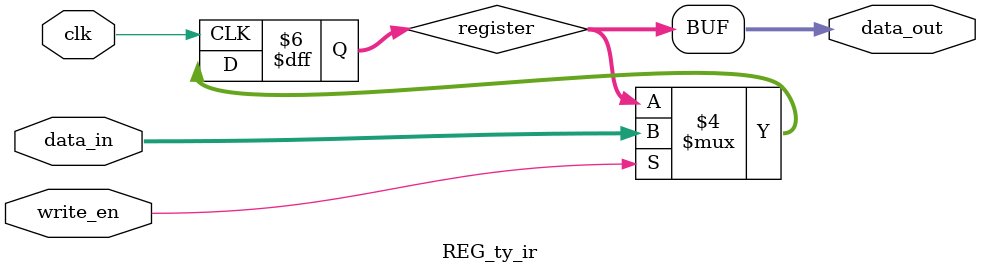
<source format=v>
`timescale 1ns / 1ps
module REG_ty_ir(clk,data_in,write_en,data_out);
	parameter width = 16;
	input clk,write_en;
	input [width-1:0] data_in;
	output wire[width-1:0] data_out;
	reg[width-1:0] register;
	
	initial begin
		register=16'b0;
	end
	
	always@(posedge clk)begin
		if(write_en) begin
			register = data_in;
		end
	end
	
	assign data_out = register; //tri state WARNING
	
endmodule

</source>
